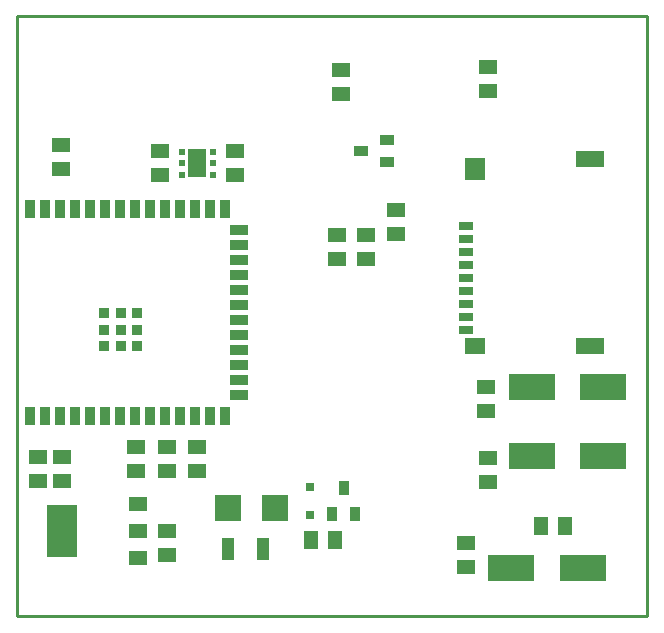
<source format=gtp>
G04*
G04 #@! TF.GenerationSoftware,Altium Limited,Altium Designer,22.3.1 (43)*
G04*
G04 Layer_Color=8421504*
%FSLAX25Y25*%
%MOIN*%
G70*
G04*
G04 #@! TF.SameCoordinates,F2D03159-C11B-4201-A07A-7D52C7A15B01*
G04*
G04*
G04 #@! TF.FilePolarity,Positive*
G04*
G01*
G75*
%ADD12C,0.01000*%
%ADD19R,0.06500X0.07300*%
%ADD20R,0.09600X0.05700*%
%ADD21R,0.06500X0.05700*%
%ADD22R,0.05118X0.02756*%
%ADD23R,0.15748X0.08504*%
%ADD24R,0.04961X0.03543*%
%ADD25R,0.06299X0.04724*%
%ADD26R,0.09843X0.17717*%
%ADD27R,0.03000X0.02500*%
%ADD28R,0.05906X0.04724*%
%ADD29R,0.05906X0.09449*%
%ADD30R,0.02165X0.01968*%
%ADD31R,0.03900X0.07400*%
%ADD32R,0.03900X0.07450*%
%ADD33R,0.03543X0.05906*%
%ADD34R,0.05906X0.03543*%
%ADD35R,0.03543X0.03543*%
%ADD36R,0.09055X0.09055*%
%ADD37R,0.06000X0.04500*%
%ADD38R,0.04500X0.06000*%
%ADD39R,0.03543X0.04961*%
D12*
X281000Y260500D02*
X491000D01*
X281000Y460500D02*
X491000D01*
Y260500D02*
Y460500D01*
X281000Y260500D02*
Y460500D01*
D19*
X433603Y409800D02*
D03*
D20*
X471792Y412851D02*
D03*
Y350549D02*
D03*
D21*
X433603D02*
D03*
D22*
X430557Y356133D02*
D03*
Y360464D02*
D03*
Y364794D02*
D03*
Y369125D02*
D03*
Y373456D02*
D03*
Y377787D02*
D03*
Y382117D02*
D03*
Y386448D02*
D03*
Y390779D02*
D03*
D23*
X452500Y337000D02*
D03*
X476279D02*
D03*
X469500Y276500D02*
D03*
X445720D02*
D03*
X476279Y314000D02*
D03*
X452500D02*
D03*
D24*
X395569Y415600D02*
D03*
X404231Y411860D02*
D03*
Y419340D02*
D03*
D25*
X321098Y298055D02*
D03*
Y279945D02*
D03*
Y289000D02*
D03*
D26*
X295902D02*
D03*
D27*
X378500Y294200D02*
D03*
Y303800D02*
D03*
D28*
X430419Y285083D02*
D03*
Y276815D02*
D03*
D29*
X341000Y411500D02*
D03*
D30*
X335941Y415437D02*
D03*
Y411500D02*
D03*
Y407563D02*
D03*
X346059Y415437D02*
D03*
Y411500D02*
D03*
Y407563D02*
D03*
D31*
X351089Y282900D02*
D03*
D32*
X362900D02*
D03*
D33*
X285094Y396342D02*
D03*
X290094D02*
D03*
X295094D02*
D03*
X300095D02*
D03*
X305095D02*
D03*
X310094D02*
D03*
X315094D02*
D03*
X320094D02*
D03*
X325095D02*
D03*
X330095D02*
D03*
X335094D02*
D03*
X340094D02*
D03*
X345094D02*
D03*
X350095D02*
D03*
Y327445D02*
D03*
X345094D02*
D03*
X340094D02*
D03*
X335094D02*
D03*
X330095D02*
D03*
X325095D02*
D03*
X320094D02*
D03*
X315094D02*
D03*
X310094D02*
D03*
X305095D02*
D03*
X300095D02*
D03*
X295094D02*
D03*
X290094D02*
D03*
X285094D02*
D03*
D34*
X355016Y389394D02*
D03*
Y384394D02*
D03*
Y379394D02*
D03*
Y374394D02*
D03*
Y369394D02*
D03*
Y364394D02*
D03*
Y359394D02*
D03*
Y354394D02*
D03*
Y349394D02*
D03*
Y344394D02*
D03*
Y339394D02*
D03*
Y334394D02*
D03*
D35*
X309976Y361500D02*
D03*
Y355988D02*
D03*
Y350476D02*
D03*
X321000Y361500D02*
D03*
Y355988D02*
D03*
Y350476D02*
D03*
X315488Y361500D02*
D03*
Y350476D02*
D03*
Y355988D02*
D03*
D36*
X351200Y296500D02*
D03*
X366800D02*
D03*
D37*
X397200Y387800D02*
D03*
Y379800D02*
D03*
X288000Y313500D02*
D03*
Y305500D02*
D03*
X341000Y309000D02*
D03*
Y317000D02*
D03*
X331000Y309000D02*
D03*
Y317000D02*
D03*
X295500Y417500D02*
D03*
Y409500D02*
D03*
X320500Y309000D02*
D03*
Y317000D02*
D03*
X328500Y415500D02*
D03*
Y407500D02*
D03*
X353500Y415500D02*
D03*
Y407500D02*
D03*
X331000Y281000D02*
D03*
Y289000D02*
D03*
X438000Y435500D02*
D03*
Y443500D02*
D03*
X389000Y434500D02*
D03*
Y442500D02*
D03*
X437800Y313200D02*
D03*
Y305200D02*
D03*
X437181Y328919D02*
D03*
Y336919D02*
D03*
X296000Y313500D02*
D03*
Y305500D02*
D03*
X407300Y388100D02*
D03*
Y396100D02*
D03*
X387600Y387700D02*
D03*
Y379700D02*
D03*
D38*
X455500Y290500D02*
D03*
X463500D02*
D03*
X387000Y286000D02*
D03*
X379000D02*
D03*
D39*
X393500Y294500D02*
D03*
X386020D02*
D03*
X389760Y303161D02*
D03*
M02*

</source>
